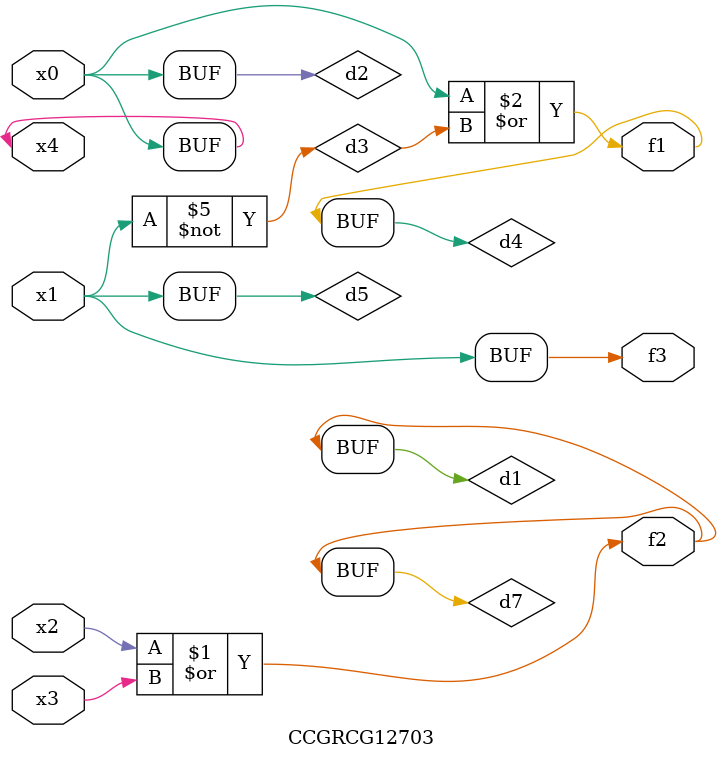
<source format=v>
module CCGRCG12703(
	input x0, x1, x2, x3, x4,
	output f1, f2, f3
);

	wire d1, d2, d3, d4, d5, d6, d7;

	or (d1, x2, x3);
	buf (d2, x0, x4);
	not (d3, x1);
	or (d4, d2, d3);
	not (d5, d3);
	nand (d6, d1, d3);
	or (d7, d1);
	assign f1 = d4;
	assign f2 = d7;
	assign f3 = d5;
endmodule

</source>
